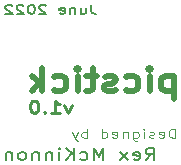
<source format=gbr>
%TF.GenerationSoftware,KiCad,Pcbnew,(6.0.5)*%
%TF.CreationDate,2022-06-17T17:21:07-07:00*%
%TF.ProjectId,picstick,70696373-7469-4636-9b2e-6b696361645f,1.0*%
%TF.SameCoordinates,Original*%
%TF.FileFunction,Legend,Bot*%
%TF.FilePolarity,Positive*%
%FSLAX46Y46*%
G04 Gerber Fmt 4.6, Leading zero omitted, Abs format (unit mm)*
G04 Created by KiCad (PCBNEW (6.0.5)) date 2022-06-17 17:21:07*
%MOMM*%
%LPD*%
G01*
G04 APERTURE LIST*
%ADD10C,0.500000*%
%ADD11C,0.250000*%
%ADD12C,0.200000*%
%ADD13C,0.187500*%
%ADD14C,0.100000*%
G04 APERTURE END LIST*
D10*
X117196428Y-79571428D02*
X117196428Y-81571428D01*
X117196428Y-79666666D02*
X116982142Y-79571428D01*
X116553571Y-79571428D01*
X116339285Y-79666666D01*
X116232142Y-79761904D01*
X116125000Y-79952380D01*
X116125000Y-80523809D01*
X116232142Y-80714285D01*
X116339285Y-80809523D01*
X116553571Y-80904761D01*
X116982142Y-80904761D01*
X117196428Y-80809523D01*
X115160714Y-80904761D02*
X115160714Y-79571428D01*
X115160714Y-78904761D02*
X115267857Y-79000000D01*
X115160714Y-79095238D01*
X115053571Y-79000000D01*
X115160714Y-78904761D01*
X115160714Y-79095238D01*
X113125000Y-80809523D02*
X113339285Y-80904761D01*
X113767857Y-80904761D01*
X113982142Y-80809523D01*
X114089285Y-80714285D01*
X114196428Y-80523809D01*
X114196428Y-79952380D01*
X114089285Y-79761904D01*
X113982142Y-79666666D01*
X113767857Y-79571428D01*
X113339285Y-79571428D01*
X113125000Y-79666666D01*
X112267857Y-80809523D02*
X112053571Y-80904761D01*
X111625000Y-80904761D01*
X111410714Y-80809523D01*
X111303571Y-80619047D01*
X111303571Y-80523809D01*
X111410714Y-80333333D01*
X111625000Y-80238095D01*
X111946428Y-80238095D01*
X112160714Y-80142857D01*
X112267857Y-79952380D01*
X112267857Y-79857142D01*
X112160714Y-79666666D01*
X111946428Y-79571428D01*
X111625000Y-79571428D01*
X111410714Y-79666666D01*
X110660714Y-79571428D02*
X109803571Y-79571428D01*
X110339285Y-78904761D02*
X110339285Y-80619047D01*
X110232142Y-80809523D01*
X110017857Y-80904761D01*
X109803571Y-80904761D01*
X109053571Y-80904761D02*
X109053571Y-79571428D01*
X109053571Y-78904761D02*
X109160714Y-79000000D01*
X109053571Y-79095238D01*
X108946428Y-79000000D01*
X109053571Y-78904761D01*
X109053571Y-79095238D01*
X107017857Y-80809523D02*
X107232142Y-80904761D01*
X107660714Y-80904761D01*
X107875000Y-80809523D01*
X107982142Y-80714285D01*
X108089285Y-80523809D01*
X108089285Y-79952380D01*
X107982142Y-79761904D01*
X107875000Y-79666666D01*
X107660714Y-79571428D01*
X107232142Y-79571428D01*
X107017857Y-79666666D01*
X106053571Y-80904761D02*
X106053571Y-78904761D01*
X105839285Y-80142857D02*
X105196428Y-80904761D01*
X105196428Y-79571428D02*
X106053571Y-80333333D01*
D11*
X108535714Y-82035714D02*
X108238095Y-82702380D01*
X107940476Y-82035714D01*
X106809523Y-82702380D02*
X107523809Y-82702380D01*
X107166666Y-82702380D02*
X107166666Y-81702380D01*
X107285714Y-81845238D01*
X107404761Y-81940476D01*
X107523809Y-81988095D01*
X106273809Y-82607142D02*
X106214285Y-82654761D01*
X106273809Y-82702380D01*
X106333333Y-82654761D01*
X106273809Y-82607142D01*
X106273809Y-82702380D01*
X105440476Y-81702380D02*
X105321428Y-81702380D01*
X105202380Y-81750000D01*
X105142857Y-81797619D01*
X105083333Y-81892857D01*
X105023809Y-82083333D01*
X105023809Y-82321428D01*
X105083333Y-82511904D01*
X105142857Y-82607142D01*
X105202380Y-82654761D01*
X105321428Y-82702380D01*
X105440476Y-82702380D01*
X105559523Y-82654761D01*
X105619047Y-82607142D01*
X105678571Y-82511904D01*
X105738095Y-82321428D01*
X105738095Y-82083333D01*
X105678571Y-81892857D01*
X105619047Y-81797619D01*
X105559523Y-81750000D01*
X105440476Y-81702380D01*
D12*
X114815476Y-86702380D02*
X115232142Y-86226190D01*
X115529761Y-86702380D02*
X115529761Y-85702380D01*
X115053571Y-85702380D01*
X114934523Y-85750000D01*
X114875000Y-85797619D01*
X114815476Y-85892857D01*
X114815476Y-86035714D01*
X114875000Y-86130952D01*
X114934523Y-86178571D01*
X115053571Y-86226190D01*
X115529761Y-86226190D01*
X113803571Y-86654761D02*
X113922619Y-86702380D01*
X114160714Y-86702380D01*
X114279761Y-86654761D01*
X114339285Y-86559523D01*
X114339285Y-86178571D01*
X114279761Y-86083333D01*
X114160714Y-86035714D01*
X113922619Y-86035714D01*
X113803571Y-86083333D01*
X113744047Y-86178571D01*
X113744047Y-86273809D01*
X114339285Y-86369047D01*
X113327380Y-86702380D02*
X112672619Y-86035714D01*
X113327380Y-86035714D02*
X112672619Y-86702380D01*
X111244047Y-86702380D02*
X111244047Y-85702380D01*
X110827380Y-86416666D01*
X110410714Y-85702380D01*
X110410714Y-86702380D01*
X109279761Y-86654761D02*
X109398809Y-86702380D01*
X109636904Y-86702380D01*
X109755952Y-86654761D01*
X109815476Y-86607142D01*
X109875000Y-86511904D01*
X109875000Y-86226190D01*
X109815476Y-86130952D01*
X109755952Y-86083333D01*
X109636904Y-86035714D01*
X109398809Y-86035714D01*
X109279761Y-86083333D01*
X108744047Y-86702380D02*
X108744047Y-85702380D01*
X108029761Y-86702380D02*
X108565476Y-86130952D01*
X108029761Y-85702380D02*
X108744047Y-86273809D01*
X107494047Y-86702380D02*
X107494047Y-86035714D01*
X107494047Y-85702380D02*
X107553571Y-85750000D01*
X107494047Y-85797619D01*
X107434523Y-85750000D01*
X107494047Y-85702380D01*
X107494047Y-85797619D01*
X106898809Y-86035714D02*
X106898809Y-86702380D01*
X106898809Y-86130952D02*
X106839285Y-86083333D01*
X106720238Y-86035714D01*
X106541666Y-86035714D01*
X106422619Y-86083333D01*
X106363095Y-86178571D01*
X106363095Y-86702380D01*
X105767857Y-86035714D02*
X105767857Y-86702380D01*
X105767857Y-86130952D02*
X105708333Y-86083333D01*
X105589285Y-86035714D01*
X105410714Y-86035714D01*
X105291666Y-86083333D01*
X105232142Y-86178571D01*
X105232142Y-86702380D01*
X104458333Y-86702380D02*
X104577380Y-86654761D01*
X104636904Y-86607142D01*
X104696428Y-86511904D01*
X104696428Y-86226190D01*
X104636904Y-86130952D01*
X104577380Y-86083333D01*
X104458333Y-86035714D01*
X104279761Y-86035714D01*
X104160714Y-86083333D01*
X104101190Y-86130952D01*
X104041666Y-86226190D01*
X104041666Y-86511904D01*
X104101190Y-86607142D01*
X104160714Y-86654761D01*
X104279761Y-86702380D01*
X104458333Y-86702380D01*
X103505952Y-86035714D02*
X103505952Y-86702380D01*
X103505952Y-86130952D02*
X103446428Y-86083333D01*
X103327380Y-86035714D01*
X103148809Y-86035714D01*
X103029761Y-86083333D01*
X102970238Y-86178571D01*
X102970238Y-86702380D01*
D13*
X110226190Y-73589285D02*
X110226190Y-74125000D01*
X110273809Y-74232142D01*
X110369047Y-74303571D01*
X110511904Y-74339285D01*
X110607142Y-74339285D01*
X109321428Y-73839285D02*
X109321428Y-74339285D01*
X109750000Y-73839285D02*
X109750000Y-74232142D01*
X109702380Y-74303571D01*
X109607142Y-74339285D01*
X109464285Y-74339285D01*
X109369047Y-74303571D01*
X109321428Y-74267857D01*
X108845238Y-73839285D02*
X108845238Y-74339285D01*
X108845238Y-73910714D02*
X108797619Y-73875000D01*
X108702380Y-73839285D01*
X108559523Y-73839285D01*
X108464285Y-73875000D01*
X108416666Y-73946428D01*
X108416666Y-74339285D01*
X107559523Y-74303571D02*
X107654761Y-74339285D01*
X107845238Y-74339285D01*
X107940476Y-74303571D01*
X107988095Y-74232142D01*
X107988095Y-73946428D01*
X107940476Y-73875000D01*
X107845238Y-73839285D01*
X107654761Y-73839285D01*
X107559523Y-73875000D01*
X107511904Y-73946428D01*
X107511904Y-74017857D01*
X107988095Y-74089285D01*
X106369047Y-73660714D02*
X106321428Y-73625000D01*
X106226190Y-73589285D01*
X105988095Y-73589285D01*
X105892857Y-73625000D01*
X105845238Y-73660714D01*
X105797619Y-73732142D01*
X105797619Y-73803571D01*
X105845238Y-73910714D01*
X106416666Y-74339285D01*
X105797619Y-74339285D01*
X105178571Y-73589285D02*
X105083333Y-73589285D01*
X104988095Y-73625000D01*
X104940476Y-73660714D01*
X104892857Y-73732142D01*
X104845238Y-73875000D01*
X104845238Y-74053571D01*
X104892857Y-74196428D01*
X104940476Y-74267857D01*
X104988095Y-74303571D01*
X105083333Y-74339285D01*
X105178571Y-74339285D01*
X105273809Y-74303571D01*
X105321428Y-74267857D01*
X105369047Y-74196428D01*
X105416666Y-74053571D01*
X105416666Y-73875000D01*
X105369047Y-73732142D01*
X105321428Y-73660714D01*
X105273809Y-73625000D01*
X105178571Y-73589285D01*
X104464285Y-73660714D02*
X104416666Y-73625000D01*
X104321428Y-73589285D01*
X104083333Y-73589285D01*
X103988095Y-73625000D01*
X103940476Y-73660714D01*
X103892857Y-73732142D01*
X103892857Y-73803571D01*
X103940476Y-73910714D01*
X104511904Y-74339285D01*
X103892857Y-74339285D01*
X103511904Y-73660714D02*
X103464285Y-73625000D01*
X103369047Y-73589285D01*
X103130952Y-73589285D01*
X103035714Y-73625000D01*
X102988095Y-73660714D01*
X102940476Y-73732142D01*
X102940476Y-73803571D01*
X102988095Y-73910714D01*
X103559523Y-74339285D01*
X102940476Y-74339285D01*
D14*
X117333333Y-84839285D02*
X117333333Y-84089285D01*
X117095238Y-84089285D01*
X116952380Y-84125000D01*
X116857142Y-84196428D01*
X116809523Y-84267857D01*
X116761904Y-84410714D01*
X116761904Y-84517857D01*
X116809523Y-84660714D01*
X116857142Y-84732142D01*
X116952380Y-84803571D01*
X117095238Y-84839285D01*
X117333333Y-84839285D01*
X115952380Y-84803571D02*
X116047619Y-84839285D01*
X116238095Y-84839285D01*
X116333333Y-84803571D01*
X116380952Y-84732142D01*
X116380952Y-84446428D01*
X116333333Y-84375000D01*
X116238095Y-84339285D01*
X116047619Y-84339285D01*
X115952380Y-84375000D01*
X115904761Y-84446428D01*
X115904761Y-84517857D01*
X116380952Y-84589285D01*
X115523809Y-84803571D02*
X115428571Y-84839285D01*
X115238095Y-84839285D01*
X115142857Y-84803571D01*
X115095238Y-84732142D01*
X115095238Y-84696428D01*
X115142857Y-84625000D01*
X115238095Y-84589285D01*
X115380952Y-84589285D01*
X115476190Y-84553571D01*
X115523809Y-84482142D01*
X115523809Y-84446428D01*
X115476190Y-84375000D01*
X115380952Y-84339285D01*
X115238095Y-84339285D01*
X115142857Y-84375000D01*
X114666666Y-84839285D02*
X114666666Y-84339285D01*
X114666666Y-84089285D02*
X114714285Y-84125000D01*
X114666666Y-84160714D01*
X114619047Y-84125000D01*
X114666666Y-84089285D01*
X114666666Y-84160714D01*
X113761904Y-84339285D02*
X113761904Y-84946428D01*
X113809523Y-85017857D01*
X113857142Y-85053571D01*
X113952380Y-85089285D01*
X114095238Y-85089285D01*
X114190476Y-85053571D01*
X113761904Y-84803571D02*
X113857142Y-84839285D01*
X114047619Y-84839285D01*
X114142857Y-84803571D01*
X114190476Y-84767857D01*
X114238095Y-84696428D01*
X114238095Y-84482142D01*
X114190476Y-84410714D01*
X114142857Y-84375000D01*
X114047619Y-84339285D01*
X113857142Y-84339285D01*
X113761904Y-84375000D01*
X113285714Y-84339285D02*
X113285714Y-84839285D01*
X113285714Y-84410714D02*
X113238095Y-84375000D01*
X113142857Y-84339285D01*
X113000000Y-84339285D01*
X112904761Y-84375000D01*
X112857142Y-84446428D01*
X112857142Y-84839285D01*
X112000000Y-84803571D02*
X112095238Y-84839285D01*
X112285714Y-84839285D01*
X112380952Y-84803571D01*
X112428571Y-84732142D01*
X112428571Y-84446428D01*
X112380952Y-84375000D01*
X112285714Y-84339285D01*
X112095238Y-84339285D01*
X112000000Y-84375000D01*
X111952380Y-84446428D01*
X111952380Y-84517857D01*
X112428571Y-84589285D01*
X111095238Y-84839285D02*
X111095238Y-84089285D01*
X111095238Y-84803571D02*
X111190476Y-84839285D01*
X111380952Y-84839285D01*
X111476190Y-84803571D01*
X111523809Y-84767857D01*
X111571428Y-84696428D01*
X111571428Y-84482142D01*
X111523809Y-84410714D01*
X111476190Y-84375000D01*
X111380952Y-84339285D01*
X111190476Y-84339285D01*
X111095238Y-84375000D01*
X109857142Y-84839285D02*
X109857142Y-84089285D01*
X109857142Y-84375000D02*
X109761904Y-84339285D01*
X109571428Y-84339285D01*
X109476190Y-84375000D01*
X109428571Y-84410714D01*
X109380952Y-84482142D01*
X109380952Y-84696428D01*
X109428571Y-84767857D01*
X109476190Y-84803571D01*
X109571428Y-84839285D01*
X109761904Y-84839285D01*
X109857142Y-84803571D01*
X109047619Y-84339285D02*
X108809523Y-84839285D01*
X108571428Y-84339285D02*
X108809523Y-84839285D01*
X108904761Y-85017857D01*
X108952380Y-85053571D01*
X109047619Y-85089285D01*
M02*

</source>
